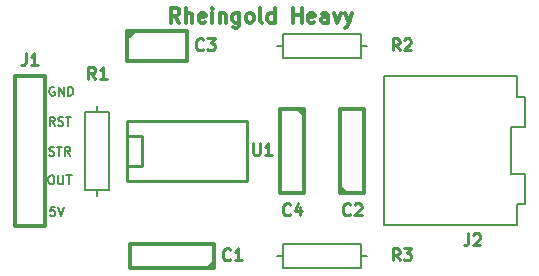
<source format=gto>
G04 (created by PCBNEW (2013-07-07 BZR 4022)-stable) date 2/14/2015 6:51:15 PM*
%MOIN*%
G04 Gerber Fmt 3.4, Leading zero omitted, Abs format*
%FSLAX34Y34*%
G01*
G70*
G90*
G04 APERTURE LIST*
%ADD10C,0.00590551*%
%ADD11C,0.0125*%
%ADD12C,0.0075*%
%ADD13C,0.01*%
%ADD14C,0.012*%
%ADD15C,0.008*%
G04 APERTURE END LIST*
G54D10*
G54D11*
X81245Y-59742D02*
X81079Y-59504D01*
X80960Y-59742D02*
X80960Y-59242D01*
X81150Y-59242D01*
X81198Y-59266D01*
X81221Y-59290D01*
X81245Y-59337D01*
X81245Y-59409D01*
X81221Y-59456D01*
X81198Y-59480D01*
X81150Y-59504D01*
X80960Y-59504D01*
X81460Y-59742D02*
X81460Y-59242D01*
X81674Y-59742D02*
X81674Y-59480D01*
X81650Y-59432D01*
X81602Y-59409D01*
X81531Y-59409D01*
X81483Y-59432D01*
X81460Y-59456D01*
X82102Y-59718D02*
X82055Y-59742D01*
X81960Y-59742D01*
X81912Y-59718D01*
X81888Y-59670D01*
X81888Y-59480D01*
X81912Y-59432D01*
X81960Y-59409D01*
X82055Y-59409D01*
X82102Y-59432D01*
X82126Y-59480D01*
X82126Y-59528D01*
X81888Y-59575D01*
X82340Y-59742D02*
X82340Y-59409D01*
X82340Y-59242D02*
X82317Y-59266D01*
X82340Y-59290D01*
X82364Y-59266D01*
X82340Y-59242D01*
X82340Y-59290D01*
X82579Y-59409D02*
X82579Y-59742D01*
X82579Y-59456D02*
X82602Y-59432D01*
X82650Y-59409D01*
X82721Y-59409D01*
X82769Y-59432D01*
X82793Y-59480D01*
X82793Y-59742D01*
X83245Y-59409D02*
X83245Y-59813D01*
X83221Y-59861D01*
X83198Y-59885D01*
X83150Y-59909D01*
X83079Y-59909D01*
X83031Y-59885D01*
X83245Y-59718D02*
X83198Y-59742D01*
X83102Y-59742D01*
X83055Y-59718D01*
X83031Y-59694D01*
X83007Y-59647D01*
X83007Y-59504D01*
X83031Y-59456D01*
X83055Y-59432D01*
X83102Y-59409D01*
X83198Y-59409D01*
X83245Y-59432D01*
X83555Y-59742D02*
X83507Y-59718D01*
X83483Y-59694D01*
X83460Y-59647D01*
X83460Y-59504D01*
X83483Y-59456D01*
X83507Y-59432D01*
X83555Y-59409D01*
X83626Y-59409D01*
X83674Y-59432D01*
X83698Y-59456D01*
X83721Y-59504D01*
X83721Y-59647D01*
X83698Y-59694D01*
X83674Y-59718D01*
X83626Y-59742D01*
X83555Y-59742D01*
X84007Y-59742D02*
X83960Y-59718D01*
X83936Y-59670D01*
X83936Y-59242D01*
X84412Y-59742D02*
X84412Y-59242D01*
X84412Y-59718D02*
X84364Y-59742D01*
X84269Y-59742D01*
X84221Y-59718D01*
X84198Y-59694D01*
X84174Y-59647D01*
X84174Y-59504D01*
X84198Y-59456D01*
X84221Y-59432D01*
X84269Y-59409D01*
X84364Y-59409D01*
X84412Y-59432D01*
X85031Y-59742D02*
X85031Y-59242D01*
X85031Y-59480D02*
X85317Y-59480D01*
X85317Y-59742D02*
X85317Y-59242D01*
X85745Y-59718D02*
X85698Y-59742D01*
X85602Y-59742D01*
X85555Y-59718D01*
X85531Y-59670D01*
X85531Y-59480D01*
X85555Y-59432D01*
X85602Y-59409D01*
X85698Y-59409D01*
X85745Y-59432D01*
X85769Y-59480D01*
X85769Y-59528D01*
X85531Y-59575D01*
X86198Y-59742D02*
X86198Y-59480D01*
X86174Y-59432D01*
X86126Y-59409D01*
X86031Y-59409D01*
X85983Y-59432D01*
X86198Y-59718D02*
X86150Y-59742D01*
X86031Y-59742D01*
X85983Y-59718D01*
X85960Y-59670D01*
X85960Y-59623D01*
X85983Y-59575D01*
X86031Y-59551D01*
X86150Y-59551D01*
X86198Y-59528D01*
X86388Y-59409D02*
X86507Y-59742D01*
X86626Y-59409D01*
X86769Y-59409D02*
X86888Y-59742D01*
X87007Y-59409D02*
X86888Y-59742D01*
X86840Y-59861D01*
X86817Y-59885D01*
X86769Y-59909D01*
G54D12*
X77092Y-65871D02*
X76950Y-65871D01*
X76935Y-66014D01*
X76950Y-66000D01*
X76978Y-65985D01*
X77050Y-65985D01*
X77078Y-66000D01*
X77092Y-66014D01*
X77107Y-66042D01*
X77107Y-66114D01*
X77092Y-66142D01*
X77078Y-66157D01*
X77050Y-66171D01*
X76978Y-66171D01*
X76950Y-66157D01*
X76935Y-66142D01*
X77192Y-65871D02*
X77292Y-66171D01*
X77392Y-65871D01*
X76950Y-64821D02*
X77007Y-64821D01*
X77035Y-64835D01*
X77064Y-64864D01*
X77078Y-64921D01*
X77078Y-65021D01*
X77064Y-65078D01*
X77035Y-65107D01*
X77007Y-65121D01*
X76950Y-65121D01*
X76921Y-65107D01*
X76892Y-65078D01*
X76878Y-65021D01*
X76878Y-64921D01*
X76892Y-64864D01*
X76921Y-64835D01*
X76950Y-64821D01*
X77207Y-64821D02*
X77207Y-65064D01*
X77221Y-65092D01*
X77235Y-65107D01*
X77264Y-65121D01*
X77321Y-65121D01*
X77350Y-65107D01*
X77364Y-65092D01*
X77378Y-65064D01*
X77378Y-64821D01*
X77478Y-64821D02*
X77650Y-64821D01*
X77564Y-65121D02*
X77564Y-64821D01*
X76900Y-64157D02*
X76942Y-64171D01*
X77014Y-64171D01*
X77042Y-64157D01*
X77057Y-64142D01*
X77071Y-64114D01*
X77071Y-64085D01*
X77057Y-64057D01*
X77042Y-64042D01*
X77014Y-64028D01*
X76957Y-64014D01*
X76928Y-64000D01*
X76914Y-63985D01*
X76900Y-63957D01*
X76900Y-63928D01*
X76914Y-63900D01*
X76928Y-63885D01*
X76957Y-63871D01*
X77028Y-63871D01*
X77071Y-63885D01*
X77157Y-63871D02*
X77328Y-63871D01*
X77242Y-64171D02*
X77242Y-63871D01*
X77600Y-64171D02*
X77500Y-64028D01*
X77428Y-64171D02*
X77428Y-63871D01*
X77542Y-63871D01*
X77571Y-63885D01*
X77585Y-63900D01*
X77600Y-63928D01*
X77600Y-63971D01*
X77585Y-64000D01*
X77571Y-64014D01*
X77542Y-64028D01*
X77428Y-64028D01*
X77085Y-63171D02*
X76985Y-63028D01*
X76914Y-63171D02*
X76914Y-62871D01*
X77028Y-62871D01*
X77057Y-62885D01*
X77071Y-62900D01*
X77085Y-62928D01*
X77085Y-62971D01*
X77071Y-63000D01*
X77057Y-63014D01*
X77028Y-63028D01*
X76914Y-63028D01*
X77200Y-63157D02*
X77242Y-63171D01*
X77314Y-63171D01*
X77342Y-63157D01*
X77357Y-63142D01*
X77371Y-63114D01*
X77371Y-63085D01*
X77357Y-63057D01*
X77342Y-63042D01*
X77314Y-63028D01*
X77257Y-63014D01*
X77228Y-63000D01*
X77214Y-62985D01*
X77200Y-62957D01*
X77200Y-62928D01*
X77214Y-62900D01*
X77228Y-62885D01*
X77257Y-62871D01*
X77328Y-62871D01*
X77371Y-62885D01*
X77457Y-62871D02*
X77628Y-62871D01*
X77542Y-63171D02*
X77542Y-62871D01*
X77071Y-61885D02*
X77042Y-61871D01*
X77000Y-61871D01*
X76957Y-61885D01*
X76928Y-61914D01*
X76914Y-61942D01*
X76900Y-62000D01*
X76900Y-62042D01*
X76914Y-62100D01*
X76928Y-62128D01*
X76957Y-62157D01*
X77000Y-62171D01*
X77028Y-62171D01*
X77071Y-62157D01*
X77085Y-62142D01*
X77085Y-62042D01*
X77028Y-62042D01*
X77214Y-62171D02*
X77214Y-61871D01*
X77385Y-62171D01*
X77385Y-61871D01*
X77528Y-62171D02*
X77528Y-61871D01*
X77600Y-61871D01*
X77642Y-61885D01*
X77671Y-61914D01*
X77685Y-61942D01*
X77700Y-62000D01*
X77700Y-62042D01*
X77685Y-62100D01*
X77671Y-62128D01*
X77642Y-62157D01*
X77600Y-62171D01*
X77528Y-62171D01*
G54D13*
X79500Y-63500D02*
X80000Y-63500D01*
X80000Y-63500D02*
X80000Y-64500D01*
X80000Y-64500D02*
X79500Y-64500D01*
X79500Y-63000D02*
X83500Y-63000D01*
X83500Y-63000D02*
X83500Y-65000D01*
X83500Y-65000D02*
X79500Y-65000D01*
X79500Y-65000D02*
X79500Y-63000D01*
G54D14*
X82400Y-67900D02*
X79600Y-67900D01*
X79600Y-67900D02*
X79600Y-67100D01*
X79600Y-67100D02*
X82400Y-67100D01*
X82400Y-67100D02*
X82400Y-67900D01*
X82400Y-67700D02*
X82200Y-67900D01*
X85400Y-62600D02*
X85400Y-65400D01*
X85400Y-65400D02*
X84600Y-65400D01*
X84600Y-65400D02*
X84600Y-62600D01*
X84600Y-62600D02*
X85400Y-62600D01*
X85200Y-62600D02*
X85400Y-62800D01*
X86600Y-65400D02*
X86600Y-62600D01*
X86600Y-62600D02*
X87400Y-62600D01*
X87400Y-62600D02*
X87400Y-65400D01*
X87400Y-65400D02*
X86600Y-65400D01*
X86800Y-65400D02*
X86600Y-65200D01*
G54D10*
X92496Y-65771D02*
X92771Y-65771D01*
X92377Y-66480D02*
X92496Y-66480D01*
X92496Y-65771D02*
X92496Y-66480D01*
X92496Y-62228D02*
X92771Y-62228D01*
X92377Y-61519D02*
X92496Y-61519D01*
X92496Y-61519D02*
X92496Y-62228D01*
X88047Y-61519D02*
X92377Y-61519D01*
X88047Y-66480D02*
X92377Y-66480D01*
X88047Y-66480D02*
X88047Y-61519D01*
X92771Y-62228D02*
X92771Y-63212D01*
X92771Y-65771D02*
X92771Y-64787D01*
X92771Y-64787D02*
X92299Y-64787D01*
X92299Y-64787D02*
X92299Y-63212D01*
X92299Y-63212D02*
X92771Y-63212D01*
G54D15*
X78500Y-62500D02*
X78500Y-62700D01*
X78500Y-65500D02*
X78500Y-65300D01*
X78500Y-65300D02*
X78900Y-65300D01*
X78900Y-65300D02*
X78900Y-62700D01*
X78900Y-62700D02*
X78100Y-62700D01*
X78100Y-62700D02*
X78100Y-65300D01*
X78100Y-65300D02*
X78500Y-65300D01*
X84500Y-60500D02*
X84700Y-60500D01*
X87500Y-60500D02*
X87300Y-60500D01*
X87300Y-60500D02*
X87300Y-60100D01*
X87300Y-60100D02*
X84700Y-60100D01*
X84700Y-60100D02*
X84700Y-60900D01*
X84700Y-60900D02*
X87300Y-60900D01*
X87300Y-60900D02*
X87300Y-60500D01*
X84500Y-67500D02*
X84700Y-67500D01*
X87500Y-67500D02*
X87300Y-67500D01*
X87300Y-67500D02*
X87300Y-67100D01*
X87300Y-67100D02*
X84700Y-67100D01*
X84700Y-67100D02*
X84700Y-67900D01*
X84700Y-67900D02*
X87300Y-67900D01*
X87300Y-67900D02*
X87300Y-67500D01*
G54D14*
X75750Y-66500D02*
X76750Y-66500D01*
X76750Y-61500D02*
X75750Y-61500D01*
X75750Y-66500D02*
X75750Y-61500D01*
X76750Y-61500D02*
X76750Y-66500D01*
X79520Y-60000D02*
X81500Y-60000D01*
X81500Y-60000D02*
X81500Y-61000D01*
X81500Y-61000D02*
X79500Y-61000D01*
X79500Y-61000D02*
X79500Y-60000D01*
X79500Y-60250D02*
X79750Y-60000D01*
G54D13*
X83695Y-63761D02*
X83695Y-64085D01*
X83714Y-64123D01*
X83733Y-64142D01*
X83771Y-64161D01*
X83847Y-64161D01*
X83885Y-64142D01*
X83904Y-64123D01*
X83923Y-64085D01*
X83923Y-63761D01*
X84323Y-64161D02*
X84095Y-64161D01*
X84209Y-64161D02*
X84209Y-63761D01*
X84171Y-63819D01*
X84133Y-63857D01*
X84095Y-63876D01*
X82933Y-67623D02*
X82914Y-67642D01*
X82857Y-67661D01*
X82819Y-67661D01*
X82761Y-67642D01*
X82723Y-67604D01*
X82704Y-67566D01*
X82685Y-67490D01*
X82685Y-67433D01*
X82704Y-67357D01*
X82723Y-67319D01*
X82761Y-67280D01*
X82819Y-67261D01*
X82857Y-67261D01*
X82914Y-67280D01*
X82933Y-67300D01*
X83314Y-67661D02*
X83085Y-67661D01*
X83200Y-67661D02*
X83200Y-67261D01*
X83161Y-67319D01*
X83123Y-67357D01*
X83085Y-67376D01*
X84933Y-66123D02*
X84914Y-66142D01*
X84857Y-66161D01*
X84819Y-66161D01*
X84761Y-66142D01*
X84723Y-66104D01*
X84704Y-66066D01*
X84685Y-65990D01*
X84685Y-65933D01*
X84704Y-65857D01*
X84723Y-65819D01*
X84761Y-65780D01*
X84819Y-65761D01*
X84857Y-65761D01*
X84914Y-65780D01*
X84933Y-65800D01*
X85276Y-65895D02*
X85276Y-66161D01*
X85180Y-65742D02*
X85085Y-66028D01*
X85333Y-66028D01*
X86933Y-66123D02*
X86914Y-66142D01*
X86857Y-66161D01*
X86819Y-66161D01*
X86761Y-66142D01*
X86723Y-66104D01*
X86704Y-66066D01*
X86685Y-65990D01*
X86685Y-65933D01*
X86704Y-65857D01*
X86723Y-65819D01*
X86761Y-65780D01*
X86819Y-65761D01*
X86857Y-65761D01*
X86914Y-65780D01*
X86933Y-65800D01*
X87085Y-65800D02*
X87104Y-65780D01*
X87142Y-65761D01*
X87238Y-65761D01*
X87276Y-65780D01*
X87295Y-65800D01*
X87314Y-65838D01*
X87314Y-65876D01*
X87295Y-65933D01*
X87066Y-66161D01*
X87314Y-66161D01*
X90866Y-66761D02*
X90866Y-67047D01*
X90847Y-67104D01*
X90809Y-67142D01*
X90752Y-67161D01*
X90714Y-67161D01*
X91038Y-66800D02*
X91057Y-66780D01*
X91095Y-66761D01*
X91190Y-66761D01*
X91228Y-66780D01*
X91247Y-66800D01*
X91266Y-66838D01*
X91266Y-66876D01*
X91247Y-66933D01*
X91019Y-67161D01*
X91266Y-67161D01*
X78433Y-61611D02*
X78300Y-61421D01*
X78204Y-61611D02*
X78204Y-61211D01*
X78357Y-61211D01*
X78395Y-61230D01*
X78414Y-61250D01*
X78433Y-61288D01*
X78433Y-61345D01*
X78414Y-61383D01*
X78395Y-61402D01*
X78357Y-61421D01*
X78204Y-61421D01*
X78814Y-61611D02*
X78585Y-61611D01*
X78700Y-61611D02*
X78700Y-61211D01*
X78661Y-61269D01*
X78623Y-61307D01*
X78585Y-61326D01*
X88583Y-60661D02*
X88450Y-60471D01*
X88354Y-60661D02*
X88354Y-60261D01*
X88507Y-60261D01*
X88545Y-60280D01*
X88564Y-60300D01*
X88583Y-60338D01*
X88583Y-60395D01*
X88564Y-60433D01*
X88545Y-60452D01*
X88507Y-60471D01*
X88354Y-60471D01*
X88735Y-60300D02*
X88754Y-60280D01*
X88792Y-60261D01*
X88888Y-60261D01*
X88926Y-60280D01*
X88945Y-60300D01*
X88964Y-60338D01*
X88964Y-60376D01*
X88945Y-60433D01*
X88716Y-60661D01*
X88964Y-60661D01*
X88583Y-67661D02*
X88450Y-67471D01*
X88354Y-67661D02*
X88354Y-67261D01*
X88507Y-67261D01*
X88545Y-67280D01*
X88564Y-67300D01*
X88583Y-67338D01*
X88583Y-67395D01*
X88564Y-67433D01*
X88545Y-67452D01*
X88507Y-67471D01*
X88354Y-67471D01*
X88716Y-67261D02*
X88964Y-67261D01*
X88830Y-67414D01*
X88888Y-67414D01*
X88926Y-67433D01*
X88945Y-67452D01*
X88964Y-67490D01*
X88964Y-67585D01*
X88945Y-67623D01*
X88926Y-67642D01*
X88888Y-67661D01*
X88773Y-67661D01*
X88735Y-67642D01*
X88716Y-67623D01*
X76116Y-60761D02*
X76116Y-61047D01*
X76097Y-61104D01*
X76059Y-61142D01*
X76002Y-61161D01*
X75964Y-61161D01*
X76516Y-61161D02*
X76288Y-61161D01*
X76402Y-61161D02*
X76402Y-60761D01*
X76364Y-60819D01*
X76326Y-60857D01*
X76288Y-60876D01*
X82033Y-60623D02*
X82014Y-60642D01*
X81957Y-60661D01*
X81919Y-60661D01*
X81861Y-60642D01*
X81823Y-60604D01*
X81804Y-60566D01*
X81785Y-60490D01*
X81785Y-60433D01*
X81804Y-60357D01*
X81823Y-60319D01*
X81861Y-60280D01*
X81919Y-60261D01*
X81957Y-60261D01*
X82014Y-60280D01*
X82033Y-60300D01*
X82166Y-60261D02*
X82414Y-60261D01*
X82280Y-60414D01*
X82338Y-60414D01*
X82376Y-60433D01*
X82395Y-60452D01*
X82414Y-60490D01*
X82414Y-60585D01*
X82395Y-60623D01*
X82376Y-60642D01*
X82338Y-60661D01*
X82223Y-60661D01*
X82185Y-60642D01*
X82166Y-60623D01*
M02*

</source>
